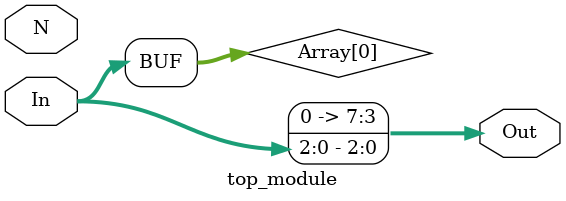
<source format=v>
module top_module(
  input  wire [2:0] N,
  input  wire [7:0] In,
  output reg  [7:0] Out
);

wire [7:0] Array[7:0];

assign Array[0][0]   = In[0];
assign Array[0][7:1] = In[7:1];

initial begin
  Out[0]   = Array[0][0];
  Out[7:1] = Array[0][N:1];
end

endmodule

</source>
